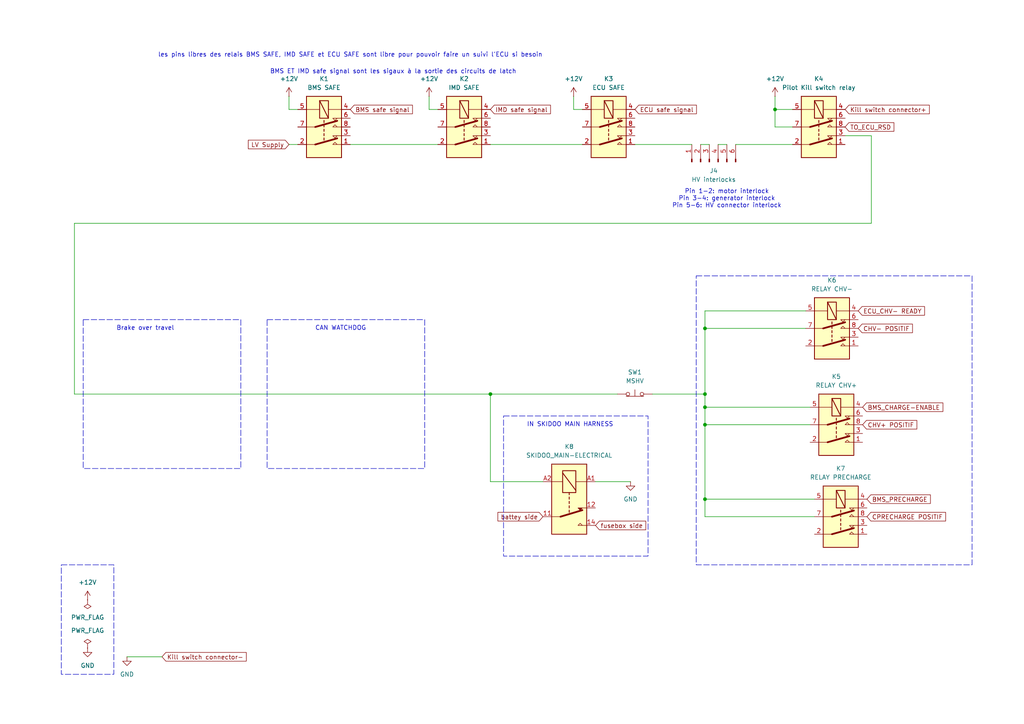
<source format=kicad_sch>
(kicad_sch (version 20250114) (generator "eeschema") (generator_version "9.0")
  (paper "A4")
  (title_block (title "Shutdown Circuit V1") (comment 1 "Par: Vincent Tremblay"))
  (lib_symbols
    (symbol "Connector:Conn_01x06_Pin" (pin_names (offset 1.016) (hide yes))
      (property "Reference" "J" (at 0 7.62 0))
      (property "Value" "Conn_01x06_Pin" (at 0 -10.16 0))
      (symbol "Conn_01x06_Pin_1_1"
        (rectangle (start 0.8636 5.207) (end 0 4.953) (stroke (width 0.1524)) (fill (type outline)))
        (rectangle (start 0.8636 2.667) (end 0 2.413) (stroke (width 0.1524)) (fill (type outline)))
        (rectangle (start 0.8636 0.127) (end 0 -0.127) (stroke (width 0.1524)) (fill (type outline)))
        (rectangle (start 0.8636 -2.413) (end 0 -2.667) (stroke (width 0.1524)) (fill (type outline)))
        (rectangle (start 0.8636 -4.953) (end 0 -5.207) (stroke (width 0.1524)) (fill (type outline)))
        (rectangle (start 0.8636 -7.493) (end 0 -7.747) (stroke (width 0.1524)) (fill (type outline)))
        (polyline (pts (xy 1.27 5.08) (xy 0.8636 5.08)) (stroke (width 0.1524)))
        (polyline (pts (xy 1.27 2.54) (xy 0.8636 2.54)) (stroke (width 0.1524)))
        (polyline (pts (xy 1.27 0) (xy 0.8636 0)) (stroke (width 0.1524)))
        (polyline (pts (xy 1.27 -2.54) (xy 0.8636 -2.54)) (stroke (width 0.1524)))
        (polyline (pts (xy 1.27 -5.08) (xy 0.8636 -5.08)) (stroke (width 0.1524)))
        (polyline (pts (xy 1.27 -7.62) (xy 0.8636 -7.62)) (stroke (width 0.1524)))
        (pin passive line (at 5.08 5.08 180) (length 3.81) (name "Pin_1") (number "1"))
        (pin passive line (at 5.08 2.54 180) (length 3.81) (name "Pin_2") (number "2"))
        (pin passive line (at 5.08 0 180) (length 3.81) (name "Pin_3") (number "3"))
        (pin passive line (at 5.08 -2.54 180) (length 3.81) (name "Pin_4") (number "4"))
        (pin passive line (at 5.08 -5.08 180) (length 3.81) (name "Pin_5") (number "5"))
        (pin passive line (at 5.08 -7.62 180) (length 3.81) (name "Pin_6") (number "6"))
      )
    )
    (symbol "Relay:Fujitsu_FTR-F1C"
      (property "Reference" "K" (at 0 12.7 0))
      (property "Value" "Fujitsu_FTR-F1C" (at 0 10.16 0))
      (symbol "Fujitsu_FTR-F1C_0_1"
        (rectangle (start -1.27 7.62) (end 1.27 2.54) (stroke (width 0.254)) (fill (type background)))
        (polyline (pts (xy -1.27 7.62) (xy 1.27 2.54)) (stroke (width 0.254)))
        (polyline (pts (xy 5.08 2.54) (xy 2.54 2.54) (xy 3.175 1.905) (xy 3.81 2.54)))
        (polyline (pts (xy 5.08 -2.54) (xy 2.54 -2.54) (xy 3.175 -3.175) (xy 3.81 -2.54)))
      )
      (symbol "Fujitsu_FTR-F1C_1_1"
        (polyline (pts (xy -5.08 5.08) (xy -1.27 5.08) (xy -1.524 5.08)))
        (polyline (pts (xy -2.54 0) (xy -5.08 0)))
        (polyline (pts (xy -2.54 0) (xy 3.81 1.778)) (stroke (width 0.508)))
        (polyline (pts (xy -2.54 -5.08) (xy -5.08 -5.08)))
        (polyline (pts (xy -2.54 -5.08) (xy 3.81 -3.302)) (stroke (width 0.508)))
        (polyline (pts (xy 0 1.905) (xy 0 1.27)) (stroke (width 0.254)))
        (polyline (pts (xy 0 0.635) (xy 0 0)) (stroke (width 0.254)))
        (polyline (pts (xy 0 -0.635) (xy 0 -1.27)) (stroke (width 0.254)))
        (polyline (pts (xy 0 -1.905) (xy 0 -2.54)) (stroke (width 0.254)))
        (polyline (pts (xy 0 -3.175) (xy 0 -3.81)) (stroke (width 0.254)))
        (rectangle (start 5.08 8.89) (end -5.08 -8.89) (stroke (width 0.254)) (fill (type background)))
        (polyline (pts (xy 5.08 5.08) (xy 1.27 5.08)))
        (polyline (pts (xy 5.08 0) (xy 2.54 0) (xy 3.175 0.635) (xy 3.81 0)))
        (polyline (pts (xy 5.08 -5.08) (xy 2.54 -5.08) (xy 3.175 -4.445) (xy 3.81 -5.08)))
        (pin passive line (at -7.62 5.08 0) (length 2.54) (name "~") (number "5"))
        (pin passive line (at -7.62 0 0) (length 2.54) (name "~") (number "7"))
        (pin passive line (at -7.62 -5.08 0) (length 2.54) (name "~") (number "2"))
        (pin passive line (at 7.62 5.08 180) (length 2.54) (name "~") (number "4"))
        (pin passive line (at 7.62 2.54 180) (length 2.54) (name "~") (number "6"))
        (pin passive line (at 7.62 0 180) (length 2.54) (name "~") (number "8"))
        (pin passive line (at 7.62 -2.54 180) (length 2.54) (name "~") (number "3"))
        (pin passive line (at 7.62 -5.08 180) (length 2.54) (name "~") (number "1"))
      )
    )
    (symbol "Relay:Fujitsu_FTR-LYCA005x"
      (property "Reference" "K" (at 11.43 3.81 0))
      (property "Value" "Fujitsu_FTR-LYCA005x" (at 11.43 1.27 0))
      (symbol "Fujitsu_FTR-LYCA005x_0_0"
        (polyline (pts (xy 7.62 5.08) (xy 7.62 2.54) (xy 6.985 3.175) (xy 7.62 3.81)))
      )
      (symbol "Fujitsu_FTR-LYCA005x_0_1"
        (rectangle (start -10.16 5.08) (end 10.16 -5.08) (stroke (width 0.254)) (fill (type background)))
        (rectangle (start -8.255 1.905) (end -1.905 -1.905) (stroke (width 0.254)))
        (polyline (pts (xy -7.62 -1.905) (xy -2.54 1.905)) (stroke (width 0.254)))
        (polyline (pts (xy -5.08 5.08) (xy -5.08 1.905)))
        (polyline (pts (xy -5.08 -5.08) (xy -5.08 -1.905)))
        (polyline (pts (xy -1.905 0) (xy -1.27 0)) (stroke (width 0.254)))
        (polyline (pts (xy -0.635 0) (xy 0 0)) (stroke (width 0.254)))
        (polyline (pts (xy 0.635 0) (xy 1.27 0)) (stroke (width 0.254)))
        (polyline (pts (xy 1.905 0) (xy 2.54 0)) (stroke (width 0.254)))
        (polyline (pts (xy 2.54 5.08) (xy 2.54 2.54) (xy 3.175 3.175) (xy 2.54 3.81)) (fill (type outline)))
        (polyline (pts (xy 3.175 0) (xy 3.81 0)) (stroke (width 0.254)))
        (polyline (pts (xy 5.08 -2.54) (xy 3.175 3.81)) (stroke (width 0.508)))
        (polyline (pts (xy 5.08 -2.54) (xy 5.08 -5.08)))
      )
      (symbol "Fujitsu_FTR-LYCA005x_1_1"
        (pin passive line (at -5.08 7.62 270) (length 2.54) (name "~") (number "A1"))
        (pin passive line (at -5.08 -7.62 90) (length 2.54) (name "~") (number "A2"))
        (pin passive line (at 2.54 7.62 270) (length 2.54) (name "~") (number "12"))
        (pin passive line (at 5.08 -7.62 90) (length 2.54) (name "~") (number "11"))
        (pin passive line (at 7.62 7.62 270) (length 2.54) (name "~") (number "14"))
      )
    )
    (symbol "Switch:SW_Push_Open" (pin_numbers (hide yes)) (pin_names (offset 1.016) (hide yes))
      (property "Reference" "SW" (at 0 2.54 0))
      (property "Value" "SW_Push_Open" (at 0 -1.905 0))
      (symbol "SW_Push_Open_0_1"
        (polyline (pts (xy -2.54 -0.635) (xy 2.54 -0.635)))
        (circle (center -2.032 0) (radius 0.508))
        (polyline (pts (xy 0 -0.635) (xy 0 1.27)))
        (circle (center 2.032 0) (radius 0.508))
        (pin passive line (at -5.08 0 0) (length 2.54) (name "A") (number "1"))
      )
      (symbol "SW_Push_Open_1_1"
        (pin passive line (at 5.08 0 180) (length 2.54) (name "B") (number "2"))
      )
    )
    (symbol "power:+12V" (power) (pin_numbers (hide yes)) (pin_names (offset 0) (hide yes))
      (property "Value" "+12V" (at 0 3.556 0))
      (symbol "+12V_0_1"
        (polyline (pts (xy -0.762 1.27) (xy 0 2.54)))
        (polyline (pts (xy 0 2.54) (xy 0.762 1.27)))
        (polyline (pts (xy 0 0) (xy 0 2.54)))
      )
      (symbol "+12V_1_1"
        (pin power_in line (at 0 0 90) (length 0) (name "~") (number "1"))
      )
    )
    (symbol "power:GND" (power) (pin_numbers (hide yes)) (pin_names (offset 0) (hide yes))
      (property "Value" "GND" (at 0 -3.81 0))
      (symbol "GND_0_1"
        (polyline (pts (xy 0 0) (xy 0 -1.27) (xy 1.27 -1.27) (xy 0 -2.54) (xy -1.27 -1.27) (xy 0 -1.27)))
      )
      (symbol "GND_1_1"
        (pin power_in line (at 0 0 270) (length 0) (name "~") (number "1"))
      )
    )
    (symbol "power:PWR_FLAG" (power) (pin_numbers (hide yes)) (pin_names (offset 0) (hide yes))
      (property "Value" "PWR_FLAG" (at 0 3.81 0))
      (symbol "PWR_FLAG_0_0"
        (pin power_out line (at 0 0 90) (length 0) (name "~") (number "1"))
      )
      (symbol "PWR_FLAG_0_1"
        (polyline (pts (xy 0 0) (xy 0 1.27) (xy -1.016 1.905) (xy 0 2.54) (xy 1.016 1.905) (xy 0 1.27)))
      )
    )
  )
  (rectangle (start 17.78 163.83) (end 33.02 195.58) (stroke (width 0) (type dash)))
  (rectangle (start 146.05 120.65) (end 187.96 161.29) (stroke (width 0) (type dash)))
  (rectangle (start 24.13 92.71) (end 69.85 135.89) (stroke (width 0) (type dash)))
  (rectangle (start 201.93 80.01) (end 281.94 163.83) (stroke (width 0) (type dash)))
  (rectangle (start 77.47 92.71) (end 123.19 135.89) (stroke (width 0) (type dash)))
  (text "BMS ET IMD safe signal sont les sigaux à la sortie des circuits de latch\n" (at 114.046 20.828 0) (effects (font (size 1.27 1.27))))
  (text "CAN WATCHDOG" (at 98.806 95.25 0) (effects (font (size 1.27 1.27))))
  (text "Pin 1-2: motor interlock\nPin 3-4: generator interlock\nPin 5-6: HV connector interlock" (at 210.82 57.658 0) (effects (font (size 1.27 1.27))))
  (text "Brake over travel" (at 42.164 95.25 0) (effects (font (size 1.27 1.27))))
  (text "les pins libres des relais BMS SAFE, IMD SAFE et ECU SAFE sont libre pour pouvoir faire un suivi l'ECU si besoin" (at 101.6 16.002 0) (effects (font (size 1.27 1.27))))
  (text "IN SKIDOO MAIN HARNESS\n" (at 165.354 123.19 0) (effects (font (size 1.27 1.27))))
  (junction (at 204.47 144.78))
  (junction (at 142.24 114.3))
  (junction (at 204.47 95.25))
  (junction (at 204.47 123.19))
  (junction (at 224.79 31.75))
  (junction (at 204.47 114.3))
  (junction (at 204.47 118.11))
  (wire (pts (xy 224.79 31.75) (xy 224.79 27.94)))
  (wire (pts (xy 204.47 90.17) (xy 204.47 95.25)))
  (wire (pts (xy 224.79 36.83) (xy 224.79 31.75)))
  (wire (pts (xy 36.83 190.5) (xy 46.99 190.5)))
  (wire (pts (xy 21.59 114.3) (xy 142.24 114.3)))
  (wire (pts (xy 204.47 123.19) (xy 204.47 144.78)))
  (wire (pts (xy 83.82 31.75) (xy 83.82 27.94)))
  (wire (pts (xy 252.73 39.37) (xy 252.73 64.77)))
  (wire (pts (xy 157.48 139.7) (xy 142.24 139.7)))
  (wire (pts (xy 234.95 118.11) (xy 204.47 118.11)))
  (wire (pts (xy 204.47 95.25) (xy 233.68 95.25)))
  (wire (pts (xy 142.24 41.91) (xy 168.91 41.91)))
  (wire (pts (xy 252.73 64.77) (xy 21.59 64.77)))
  (wire (pts (xy 204.47 95.25) (xy 204.47 114.3)))
  (wire (pts (xy 101.6 41.91) (xy 127 41.91)))
  (wire (pts (xy 236.22 144.78) (xy 204.47 144.78)))
  (wire (pts (xy 189.23 114.3) (xy 204.47 114.3)))
  (wire (pts (xy 224.79 31.75) (xy 229.87 31.75)))
  (wire (pts (xy 124.46 31.75) (xy 127 31.75)))
  (wire (pts (xy 204.47 149.86) (xy 204.47 144.78)))
  (wire (pts (xy 213.36 41.91) (xy 229.87 41.91)))
  (wire (pts (xy 184.15 41.91) (xy 200.66 41.91)))
  (wire (pts (xy 245.11 39.37) (xy 252.73 39.37)))
  (wire (pts (xy 236.22 149.86) (xy 204.47 149.86)))
  (wire (pts (xy 21.59 64.77) (xy 21.59 114.3)))
  (wire (pts (xy 124.46 31.75) (xy 124.46 27.94)))
  (wire (pts (xy 233.68 90.17) (xy 204.47 90.17)))
  (wire (pts (xy 166.37 31.75) (xy 168.91 31.75)))
  (wire (pts (xy 166.37 31.75) (xy 166.37 27.94)))
  (wire (pts (xy 83.82 31.75) (xy 86.36 31.75)))
  (wire (pts (xy 204.47 123.19) (xy 234.95 123.19)))
  (wire (pts (xy 208.28 41.91) (xy 210.82 41.91)))
  (wire (pts (xy 204.47 114.3) (xy 204.47 118.11)))
  (wire (pts (xy 142.24 114.3) (xy 142.24 139.7)))
  (wire (pts (xy 204.47 118.11) (xy 204.47 123.19)))
  (wire (pts (xy 182.88 139.7) (xy 172.72 139.7)))
  (wire (pts (xy 203.2 41.91) (xy 205.74 41.91)))
  (wire (pts (xy 229.87 36.83) (xy 224.79 36.83)))
  (wire (pts (xy 86.36 41.91) (xy 83.82 41.91)))
  (wire (pts (xy 142.24 114.3) (xy 179.07 114.3)))
  (global_label "ECU_CHV- READY" (shape input) (at 248.92 90.17 0) (property "Intersheetrefs" "${INTERSHEET_REFS}" (effects (hide yes))))
  (global_label "BMS safe signal" (shape input) (at 101.6 31.75 0) (property "Intersheetrefs" "${INTERSHEET_REFS}" (effects (hide yes))))
  (global_label "fusebox side" (shape input) (at 172.72 152.4 0) (property "Intersheetrefs" "${INTERSHEET_REFS}" (effects (hide yes))))
  (global_label "CPRECHARGE POSITIF" (shape input) (at 251.46 149.86 0) (property "Intersheetrefs" "${INTERSHEET_REFS}" (effects (hide yes))))
  (global_label "IMD safe signal" (shape input) (at 142.24 31.75 0) (property "Intersheetrefs" "${INTERSHEET_REFS}" (effects (hide yes))))
  (global_label "battey side" (shape input) (at 157.48 149.86 180) (property "Intersheetrefs" "${INTERSHEET_REFS}" (effects (hide yes))))
  (global_label "CHV+ POSITIF" (shape input) (at 250.19 123.19 0) (property "Intersheetrefs" "${INTERSHEET_REFS}" (effects (hide yes))))
  (global_label "CHV- POSITIF" (shape input) (at 248.92 95.25 0) (property "Intersheetrefs" "${INTERSHEET_REFS}" (effects (hide yes))))
  (global_label "BMS_PRECHARGE" (shape input) (at 251.46 144.78 0) (property "Intersheetrefs" "${INTERSHEET_REFS}" (effects (hide yes))))
  (global_label "Kill switch connector+" (shape input) (at 245.11 31.75 0) (property "Intersheetrefs" "${INTERSHEET_REFS}" (effects (hide yes))))
  (global_label "LV Supply" (shape input) (at 83.82 41.91 180) (property "Intersheetrefs" "${INTERSHEET_REFS}" (effects (hide yes))))
  (global_label "TO_ECU_RSD" (shape input) (at 245.11 36.83 0) (property "Intersheetrefs" "${INTERSHEET_REFS}" (effects (hide yes))))
  (global_label "BMS_CHARGE-ENABLE" (shape input) (at 250.19 118.11 0) (property "Intersheetrefs" "${INTERSHEET_REFS}" (effects (hide yes))))
  (global_label "Kill switch connector-" (shape input) (at 46.99 190.5 0) (property "Intersheetrefs" "${INTERSHEET_REFS}" (effects (hide yes))))
  (global_label "ECU safe signal" (shape input) (at 184.15 31.75 0) (property "Intersheetrefs" "${INTERSHEET_REFS}" (effects (hide yes))))
  (symbol (lib_id "Connector:Conn_01x06_Pin") (at 205.74 46.99 90) (unit 1)
    (property "Reference" "J4" (at 207.01 49.53 90))
    (property "Value" "HV interlocks" (at 207.01 52.07 90))
    (property "Description" "Generic connector, single row, 01x06, script generated" (effects (hide yes)))
  )
  (symbol (lib_id "Switch:SW_Push_Open") (at 184.15 114.3 0) (unit 1)
    (property "Reference" "SW1" (at 184.15 107.95 0))
    (property "Value" "MSHV" (at 184.15 110.49 0))
    (property "Description" "Push button switch, push-to-open, generic, two pins" (effects (hide yes)))
  )
  (symbol (lib_id "Relay:Fujitsu_FTR-F1C") (at 93.98 36.83 0) (unit 1)
    (property "Reference" "K1" (at 93.98 22.86 0))
    (property "Value" "BMS SAFE" (at 93.98 25.4 0))
    (property "Footprint" "Relay_THT:Relay_DPDT_Fujitsu_FTR-F1C" (effects (hide yes)))
    (property "Datasheet" "https://www.fcl.fujitsu.com/downloads/MICRO/fcai/relays/ftr-f1.pdf" (effects (hide yes)))
    (property "Description" "Fujitsu Low Profile Power Relay" (effects (hide yes)))
  )
  (symbol (lib_id "power:GND") (at 36.83 190.5 0) (unit 1)
    (property "Reference" "#PWR010" (effects (hide yes)))
    (property "Value" "GND" (at 36.83 195.58 0))
    (property "Description" "Power symbol creates a global label with name \"GND\" , ground" (effects (hide yes)))
  )
  (symbol (lib_id "Relay:Fujitsu_FTR-F1C") (at 241.3 95.25 0) (unit 1)
    (property "Reference" "K6" (at 241.3 81.28 0))
    (property "Value" "RELAY CHV-" (at 241.3 83.82 0))
    (property "Footprint" "Relay_THT:Relay_DPDT_Fujitsu_FTR-F1C" (effects (hide yes)))
    (property "Datasheet" "https://www.fcl.fujitsu.com/downloads/MICRO/fcai/relays/ftr-f1.pdf" (effects (hide yes)))
    (property "Description" "Fujitsu Low Profile Power Relay" (effects (hide yes)))
  )
  (symbol (lib_id "power:GND") (at 182.88 139.7 0) (unit 1)
    (property "Reference" "#PWR04" (effects (hide yes)))
    (property "Value" "GND" (at 182.88 144.78 0))
    (property "Description" "Power symbol creates a global label with name \"GND\" , ground" (effects (hide yes)))
  )
  (symbol (lib_id "power:+12V") (at 166.37 27.94 0) (unit 1)
    (property "Reference" "#PWR09" (effects (hide yes)))
    (property "Value" "+12V" (at 166.37 22.86 0))
    (property "Description" "Power symbol creates a global label with name \"+12V\"" (effects (hide yes)))
  )
  (symbol (lib_id "power:+12V") (at 224.79 27.94 0) (unit 1)
    (property "Reference" "#PWR05" (effects (hide yes)))
    (property "Value" "+12V" (at 224.79 22.86 0))
    (property "Description" "Power symbol creates a global label with name \"+12V\"" (effects (hide yes)))
  )
  (symbol (lib_id "Relay:Fujitsu_FTR-F1C") (at 242.57 123.19 0) (unit 1)
    (property "Reference" "K5" (at 242.57 109.22 0))
    (property "Value" "RELAY CHV+" (at 242.57 111.76 0))
    (property "Footprint" "Relay_THT:Relay_DPDT_Fujitsu_FTR-F1C" (effects (hide yes)))
    (property "Datasheet" "https://www.fcl.fujitsu.com/downloads/MICRO/fcai/relays/ftr-f1.pdf" (effects (hide yes)))
    (property "Description" "Fujitsu Low Profile Power Relay" (effects (hide yes)))
  )
  (symbol (lib_id "power:GND") (at 25.4 187.96 0) (unit 1)
    (property "Reference" "#PWR02" (effects (hide yes)))
    (property "Value" "GND" (at 25.4 193.04 0))
    (property "Description" "Power symbol creates a global label with name \"GND\" , ground" (effects (hide yes)))
  )
  (symbol (lib_id "Relay:Fujitsu_FTR-LYCA005x") (at 165.1 144.78 270) (unit 1)
    (property "Reference" "K8" (at 165.1 129.54 90))
    (property "Value" "SKIDOO_MAIN-ELECTRICAL" (at 165.1 132.08 90))
    (property "Footprint" "Relay_THT:Relay_SPDT_Fujitsu_FTR-LYCA005x_FormC_Vertical" (effects (hide yes)))
    (property "Datasheet" "https://www.fujitsu.com/sg/imagesgig5/ftr-ly.pdf" (effects (hide yes)))
    (property "Description" "Relay, SPDT Form C, vertical mount, 5-60V coil, 6A, 250VAC, 28 x 5 x 15mm" (effects (hide yes)))
  )
  (symbol (lib_id "Relay:Fujitsu_FTR-F1C") (at 134.62 36.83 0) (unit 1)
    (property "Reference" "K2" (at 134.62 22.86 0))
    (property "Value" "IMD SAFE" (at 134.62 25.4 0))
    (property "Footprint" "Relay_THT:Relay_DPDT_Fujitsu_FTR-F1C" (effects (hide yes)))
    (property "Datasheet" "https://www.fcl.fujitsu.com/downloads/MICRO/fcai/relays/ftr-f1.pdf" (effects (hide yes)))
    (property "Description" "Fujitsu Low Profile Power Relay" (effects (hide yes)))
  )
  (symbol (lib_id "power:+12V") (at 83.82 27.94 0) (unit 1)
    (property "Reference" "#PWR03" (effects (hide yes)))
    (property "Value" "+12V" (at 83.82 22.86 0))
    (property "Description" "Power symbol creates a global label with name \"+12V\"" (effects (hide yes)))
  )
  (symbol (lib_id "power:+12V") (at 25.4 173.99 0) (unit 1)
    (property "Reference" "#PWR01" (effects (hide yes)))
    (property "Value" "+12V" (at 25.4 168.91 0))
    (property "Description" "Power symbol creates a global label with name \"+12V\"" (effects (hide yes)))
  )
  (symbol (lib_id "Relay:Fujitsu_FTR-F1C") (at 237.49 36.83 0) (unit 1)
    (property "Reference" "K4" (at 237.49 22.86 0))
    (property "Value" "Pilot Kill switch relay" (at 237.49 25.4 0))
    (property "Footprint" "Relay_THT:Relay_DPDT_Fujitsu_FTR-F1C" (effects (hide yes)))
    (property "Datasheet" "https://www.fcl.fujitsu.com/downloads/MICRO/fcai/relays/ftr-f1.pdf" (effects (hide yes)))
    (property "Description" "Fujitsu Low Profile Power Relay" (effects (hide yes)))
  )
  (symbol (lib_id "Relay:Fujitsu_FTR-F1C") (at 176.53 36.83 0) (unit 1)
    (property "Reference" "K3" (at 176.53 22.86 0))
    (property "Value" "ECU SAFE" (at 176.53 25.4 0))
    (property "Footprint" "Relay_THT:Relay_DPDT_Fujitsu_FTR-F1C" (effects (hide yes)))
    (property "Datasheet" "https://www.fcl.fujitsu.com/downloads/MICRO/fcai/relays/ftr-f1.pdf" (effects (hide yes)))
    (property "Description" "Fujitsu Low Profile Power Relay" (effects (hide yes)))
  )
  (symbol (lib_id "power:PWR_FLAG") (at 25.4 187.96 0) (unit 1)
    (property "Reference" "#FLG01" (effects (hide yes)))
    (property "Value" "PWR_FLAG" (at 25.4 182.88 0))
    (property "Description" "Special symbol for telling ERC where power comes from" (effects (hide yes)))
  )
  (symbol (lib_id "power:PWR_FLAG") (at 25.4 173.99 180) (unit 1)
    (property "Reference" "#FLG02" (effects (hide yes)))
    (property "Value" "PWR_FLAG" (at 25.4 179.07 0))
    (property "Description" "Special symbol for telling ERC where power comes from" (effects (hide yes)))
  )
  (symbol (lib_id "power:+12V") (at 124.46 27.94 0) (unit 1)
    (property "Reference" "#PWR08" (effects (hide yes)))
    (property "Value" "+12V" (at 124.46 22.86 0))
    (property "Description" "Power symbol creates a global label with name \"+12V\"" (effects (hide yes)))
  )
  (symbol (lib_id "Relay:Fujitsu_FTR-F1C") (at 243.84 149.86 0) (unit 1)
    (property "Reference" "K7" (at 243.84 135.89 0))
    (property "Value" "RELAY PRECHARGE" (at 243.84 138.43 0))
    (property "Footprint" "Relay_THT:Relay_DPDT_Fujitsu_FTR-F1C" (effects (hide yes)))
    (property "Datasheet" "https://www.fcl.fujitsu.com/downloads/MICRO/fcai/relays/ftr-f1.pdf" (effects (hide yes)))
    (property "Description" "Fujitsu Low Profile Power Relay" (effects (hide yes)))
  )
)
</source>
